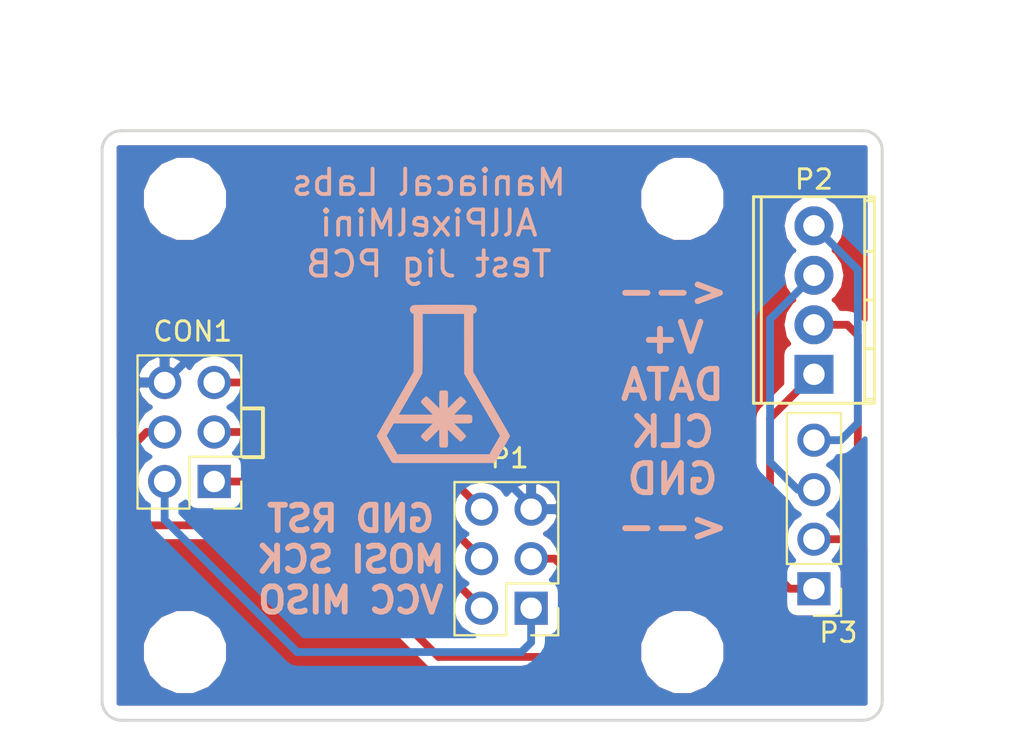
<source format=kicad_pcb>
(kicad_pcb (version 4) (host pcbnew 4.0.4-stable)

  (general
    (links 10)
    (no_connects 0)
    (area 56.674999 32.674999 96.825001 63.075001)
    (thickness 1.6)
    (drawings 16)
    (tracks 43)
    (zones 0)
    (modules 9)
    (nets 11)
  )

  (page A4)
  (layers
    (0 F.Cu power)
    (31 B.Cu signal)
    (33 F.Adhes user)
    (34 B.Paste user)
    (35 F.Paste user)
    (36 B.SilkS user)
    (37 F.SilkS user)
    (38 B.Mask user)
    (39 F.Mask user)
    (40 Dwgs.User user)
    (41 Cmts.User user)
    (42 Eco1.User user)
    (43 Eco2.User user)
    (44 Edge.Cuts user)
    (45 Margin user)
    (47 F.CrtYd user hide)
    (49 F.Fab user)
  )

  (setup
    (last_trace_width 0.4)
    (trace_clearance 0.2)
    (zone_clearance 0.508)
    (zone_45_only no)
    (trace_min 0.2)
    (segment_width 0.2)
    (edge_width 0.15)
    (via_size 0.6)
    (via_drill 0.4)
    (via_min_size 0.4)
    (via_min_drill 0.3)
    (uvia_size 0.3)
    (uvia_drill 0.1)
    (uvias_allowed no)
    (uvia_min_size 0.2)
    (uvia_min_drill 0.1)
    (pcb_text_width 0.3)
    (pcb_text_size 1.5 1.5)
    (mod_edge_width 0.15)
    (mod_text_size 1 1)
    (mod_text_width 0.15)
    (pad_size 3.2 3.2)
    (pad_drill 3.2)
    (pad_to_mask_clearance 0.2)
    (aux_axis_origin 0 0)
    (visible_elements 7FFEF77F)
    (pcbplotparams
      (layerselection 0x010fc_80000001)
      (usegerberextensions false)
      (excludeedgelayer true)
      (linewidth 0.100000)
      (plotframeref false)
      (viasonmask false)
      (mode 1)
      (useauxorigin false)
      (hpglpennumber 1)
      (hpglpenspeed 20)
      (hpglpendiameter 15)
      (hpglpenoverlay 2)
      (psnegative false)
      (psa4output false)
      (plotreference true)
      (plotvalue true)
      (plotinvisibletext false)
      (padsonsilk false)
      (subtractmaskfromsilk false)
      (outputformat 1)
      (mirror false)
      (drillshape 0)
      (scaleselection 1)
      (outputdirectory gerber/))
  )

  (net 0 "")
  (net 1 GND)
  (net 2 MISO)
  (net 3 SCK)
  (net 4 MOSI)
  (net 5 RST)
  (net 6 VCC)
  (net 7 "Net-(P2-Pad2)")
  (net 8 "Net-(P2-Pad3)")
  (net 9 "Net-(P2-Pad4)")
  (net 10 "Net-(P2-Pad1)")

  (net_class Default "This is the default net class."
    (clearance 0.2)
    (trace_width 0.4)
    (via_dia 0.6)
    (via_drill 0.4)
    (uvia_dia 0.3)
    (uvia_drill 0.1)
    (add_net GND)
    (add_net MISO)
    (add_net MOSI)
    (add_net "Net-(P2-Pad1)")
    (add_net "Net-(P2-Pad2)")
    (add_net "Net-(P2-Pad3)")
    (add_net "Net-(P2-Pad4)")
    (add_net RST)
    (add_net SCK)
    (add_net VCC)
  )

  (net_class RAWUSB ""
    (clearance 0.2)
    (trace_width 0.5)
    (via_dia 0.6)
    (via_drill 0.4)
    (uvia_dia 0.3)
    (uvia_drill 0.1)
  )

  (module LOGOS:logo_MLlabs_small (layer B.Cu) (tedit 0) (tstamp 58A82FED)
    (at 74.25 45.75 180)
    (fp_text reference G*** (at 0 0 180) (layer B.SilkS) hide
      (effects (font (thickness 0.3)) (justify mirror))
    )
    (fp_text value LOGO (at 0.75 0 180) (layer B.SilkS) hide
      (effects (font (thickness 0.3)) (justify mirror))
    )
    (fp_poly (pts (xy 0.280132 4.064859) (xy 0.46933 4.064296) (xy 0.651803 4.063447) (xy 0.824802 4.062307)
      (xy 0.98558 4.060879) (xy 1.131388 4.059163) (xy 1.259478 4.057157) (xy 1.367101 4.054863)
      (xy 1.451511 4.052281) (xy 1.509958 4.049409) (xy 1.539694 4.046249) (xy 1.541045 4.045899)
      (xy 1.61465 4.010199) (xy 1.668272 3.957046) (xy 1.701256 3.892418) (xy 1.712948 3.822294)
      (xy 1.702692 3.752654) (xy 1.669833 3.689475) (xy 1.613717 3.638736) (xy 1.587218 3.624447)
      (xy 1.524819 3.595688) (xy 1.524409 2.113859) (xy 1.524 0.632031) (xy 1.951194 -0.108641)
      (xy 2.041737 -0.265615) (xy 2.144897 -0.444444) (xy 2.257416 -0.639483) (xy 2.376038 -0.84509)
      (xy 2.497507 -1.05562) (xy 2.618568 -1.265429) (xy 2.735963 -1.468874) (xy 2.846437 -1.660312)
      (xy 2.895756 -1.74577) (xy 2.984967 -1.900722) (xy 3.069309 -2.047946) (xy 3.147458 -2.185082)
      (xy 3.218089 -2.309771) (xy 3.279877 -2.419652) (xy 3.331497 -2.512365) (xy 3.371624 -2.585552)
      (xy 3.398934 -2.636852) (xy 3.412102 -2.663905) (xy 3.413125 -2.667254) (xy 3.405259 -2.687854)
      (xy 3.382954 -2.73233) (xy 3.348145 -2.797359) (xy 3.302767 -2.879615) (xy 3.248756 -2.975774)
      (xy 3.188047 -3.082511) (xy 3.122577 -3.196503) (xy 3.054279 -3.314423) (xy 2.985091 -3.432948)
      (xy 2.916948 -3.548754) (xy 2.851784 -3.658515) (xy 2.791537 -3.758906) (xy 2.738141 -3.846605)
      (xy 2.693532 -3.918285) (xy 2.659645 -3.970622) (xy 2.638416 -4.000292) (xy 2.634599 -4.004468)
      (xy 2.587124 -4.048125) (xy -2.587125 -4.048125) (xy -2.6346 -4.004468) (xy -2.651394 -3.982746)
      (xy -2.681461 -3.937288) (xy -2.722866 -3.87142) (xy -2.773675 -3.788466) (xy -2.83195 -3.691753)
      (xy -2.895758 -3.584605) (xy -2.963162 -3.470346) (xy -3.032228 -3.352303) (xy -3.101019 -3.2338)
      (xy -3.1676 -3.118163) (xy -3.230037 -3.008717) (xy -3.286392 -2.908786) (xy -3.334733 -2.821695)
      (xy -3.373121 -2.750771) (xy -3.399623 -2.699338) (xy -3.412303 -2.67072) (xy -3.413126 -2.666933)
      (xy -3.406861 -2.651738) (xy -2.908183 -2.651738) (xy -2.633492 -3.127681) (xy -2.358802 -3.603625)
      (xy 2.358654 -3.603625) (xy 2.633694 -3.126873) (xy 2.908735 -2.650121) (xy 2.800627 -2.464091)
      (xy 2.752108 -2.380084) (xy 2.701391 -2.291405) (xy 2.654699 -2.208982) (xy 2.620228 -2.147315)
      (xy 2.547937 -2.016567) (xy 0.532125 -2.016125) (xy 0.827748 -2.313781) (xy 0.907725 -2.394852)
      (xy 0.980741 -2.469905) (xy 1.043638 -2.535609) (xy 1.093257 -2.588634) (xy 1.12644 -2.62565)
      (xy 1.139732 -2.642697) (xy 1.147043 -2.68023) (xy 1.134704 -2.715316) (xy 1.109692 -2.75107)
      (xy 1.069306 -2.795828) (xy 1.020048 -2.84377) (xy 0.96842 -2.889074) (xy 0.920926 -2.925919)
      (xy 0.884067 -2.948484) (xy 0.86948 -2.95275) (xy 0.847132 -2.9422) (xy 0.805787 -2.910232)
      (xy 0.744908 -2.856363) (xy 0.66396 -2.780114) (xy 0.562408 -2.681002) (xy 0.52081 -2.639741)
      (xy 0.206375 -2.326732) (xy 0.206375 -2.761522) (xy 0.206186 -2.892308) (xy 0.20548 -2.995011)
      (xy 0.204051 -3.073296) (xy 0.201691 -3.13083) (xy 0.198191 -3.171276) (xy 0.193345 -3.198301)
      (xy 0.186944 -3.21557) (xy 0.180102 -3.225343) (xy 0.163266 -3.238829) (xy 0.137807 -3.247459)
      (xy 0.097181 -3.252237) (xy 0.034844 -3.254165) (xy -0.009246 -3.254375) (xy -0.082993 -3.253988)
      (xy -0.131948 -3.25182) (xy -0.163068 -3.24636) (xy -0.18331 -3.236094) (xy -0.19963 -3.219512)
      (xy -0.205947 -3.211627) (xy -0.216079 -3.19762) (xy -0.223883 -3.181895) (xy -0.229608 -3.160501)
      (xy -0.233503 -3.129484) (xy -0.235815 -3.084892) (xy -0.236793 -3.022771) (xy -0.236686 -2.93917)
      (xy -0.235741 -2.830136) (xy -0.23488 -2.751238) (xy -0.233664 -2.63983) (xy -0.232637 -2.539621)
      (xy -0.231836 -2.454754) (xy -0.2313 -2.389372) (xy -0.231063 -2.347619) (xy -0.231154 -2.333611)
      (xy -0.242126 -2.344389) (xy -0.272577 -2.374776) (xy -0.319606 -2.421863) (xy -0.380307 -2.482739)
      (xy -0.451779 -2.554496) (xy -0.531118 -2.634225) (xy -0.532779 -2.635894) (xy -0.614205 -2.716741)
      (xy -0.690054 -2.790133) (xy -0.75699 -2.852994) (xy -0.811678 -2.902247) (xy -0.850782 -2.934816)
      (xy -0.870663 -2.947556) (xy -0.891093 -2.948152) (xy -0.915531 -2.937567) (xy -0.948775 -2.912398)
      (xy -0.995625 -2.869244) (xy -1.033382 -2.83219) (xy -1.095633 -2.767657) (xy -1.135484 -2.719575)
      (xy -1.155419 -2.684681) (xy -1.158875 -2.667521) (xy -1.153549 -2.649558) (xy -1.136229 -2.622344)
      (xy -1.10491 -2.583608) (xy -1.057584 -2.531079) (xy -0.992243 -2.462484) (xy -0.90688 -2.375551)
      (xy -0.853434 -2.321867) (xy -0.547993 -2.016125) (xy -0.975443 -2.016125) (xy -1.114762 -2.016235)
      (xy -1.225588 -2.015593) (xy -1.311172 -2.012739) (xy -1.374762 -2.006213) (xy -1.419608 -1.994556)
      (xy -1.44896 -1.976308) (xy -1.466068 -1.950009) (xy -1.47418 -1.9142) (xy -1.476546 -1.86742)
      (xy -1.476417 -1.808211) (xy -1.476375 -1.791107) (xy -1.476751 -1.729737) (xy -1.475702 -1.68098)
      (xy -1.469967 -1.64339) (xy -1.456283 -1.615522) (xy -1.431389 -1.595933) (xy -1.392023 -1.583178)
      (xy -1.334922 -1.575811) (xy -1.256824 -1.572388) (xy -1.154468 -1.571465) (xy -1.024591 -1.571596)
      (xy -0.980804 -1.571625) (xy -0.548733 -1.571625) (xy -0.861742 -1.257189) (xy -0.951102 -1.166371)
      (xy -1.028596 -1.085517) (xy -1.091949 -1.017128) (xy -1.138886 -0.963706) (xy -1.167132 -0.927753)
      (xy -1.17475 -0.91299) (xy -1.163254 -0.886392) (xy -1.132729 -0.845976) (xy -1.089124 -0.797523)
      (xy -1.038387 -0.746817) (xy -0.986466 -0.699641) (xy -0.93931 -0.661778) (xy -0.902866 -0.63901)
      (xy -0.888823 -0.635) (xy -0.869893 -0.641738) (xy -0.838933 -0.663065) (xy -0.794064 -0.700648)
      (xy -0.73341 -0.756153) (xy -0.655092 -0.831247) (xy -0.557233 -0.927597) (xy -0.540655 -0.944083)
      (xy -0.230188 -1.253166) (xy -0.234866 -0.828775) (xy -0.236547 -0.690249) (xy -0.237206 -0.580203)
      (xy -0.235349 -0.495374) (xy -0.229485 -0.432496) (xy -0.218121 -0.388302) (xy -0.199764 -0.359528)
      (xy -0.172922 -0.342909) (xy -0.136103 -0.335179) (xy -0.087814 -0.333073) (xy -0.026564 -0.333325)
      (xy -0.008454 -0.333375) (xy 0.071777 -0.334496) (xy 0.126137 -0.338371) (xy 0.160445 -0.345763)
      (xy 0.180519 -0.357438) (xy 0.181428 -0.358321) (xy 0.188921 -0.369469) (xy 0.19478 -0.38854)
      (xy 0.199198 -0.419092) (xy 0.202365 -0.464686) (xy 0.204473 -0.528878) (xy 0.205714 -0.61523)
      (xy 0.206279 -0.727298) (xy 0.206375 -0.822142) (xy 0.206375 -1.261017) (xy 0.52081 -0.948008)
      (xy 0.624977 -0.84524) (xy 0.709018 -0.764457) (xy 0.774393 -0.704357) (xy 0.822558 -0.663639)
      (xy 0.854973 -0.641001) (xy 0.871435 -0.635) (xy 0.90364 -0.64705) (xy 0.951929 -0.681515)
      (xy 1.011031 -0.734218) (xy 1.077277 -0.800807) (xy 1.120369 -0.852289) (xy 1.142644 -0.892492)
      (xy 1.146437 -0.925242) (xy 1.139732 -0.945052) (xy 1.124448 -0.964412) (xy 1.089823 -1.002842)
      (xy 1.039016 -1.057013) (xy 0.975186 -1.123594) (xy 0.901491 -1.199256) (xy 0.827748 -1.273968)
      (xy 0.532125 -1.571625) (xy 2.288589 -1.571625) (xy 2.257294 -1.520031) (xy 2.222471 -1.461823)
      (xy 2.176078 -1.383049) (xy 2.119623 -1.286349) (xy 2.054614 -1.174365) (xy 1.982559 -1.049736)
      (xy 1.904966 -0.915105) (xy 1.823344 -0.773113) (xy 1.739201 -0.6264) (xy 1.654044 -0.477608)
      (xy 1.569382 -0.329378) (xy 1.486723 -0.184351) (xy 1.407576 -0.045167) (xy 1.333448 0.085532)
      (xy 1.265847 0.205104) (xy 1.206282 0.31091) (xy 1.15626 0.400307) (xy 1.117291 0.470655)
      (xy 1.090882 0.519312) (xy 1.07854 0.543639) (xy 1.077896 0.545341) (xy 1.075786 0.56837)
      (xy 1.073779 0.620989) (xy 1.071895 0.701038) (xy 1.070154 0.806357) (xy 1.068575 0.934788)
      (xy 1.067179 1.08417) (xy 1.065985 1.252344) (xy 1.065013 1.43715) (xy 1.064282 1.636427)
      (xy 1.063814 1.848017) (xy 1.063627 2.06976) (xy 1.063625 2.099364) (xy 1.063625 3.603625)
      (xy -1.063011 3.603625) (xy -1.071563 0.531813) (xy -1.415271 -0.0635) (xy -1.504982 -0.218868)
      (xy -1.604527 -0.391244) (xy -1.709479 -0.572961) (xy -1.81541 -0.756356) (xy -1.917894 -0.933764)
      (xy -2.012504 -1.097521) (xy -2.08006 -1.214437) (xy -2.225644 -1.466399) (xy -2.357143 -1.69405)
      (xy -2.474336 -1.89701) (xy -2.577005 -2.074897) (xy -2.664929 -2.227331) (xy -2.73789 -2.353931)
      (xy -2.795668 -2.454316) (xy -2.838043 -2.528107) (xy -2.864795 -2.574921) (xy -2.869919 -2.583962)
      (xy -2.908183 -2.651738) (xy -3.406861 -2.651738) (xy -3.405407 -2.648214) (xy -3.383339 -2.60501)
      (xy -3.348556 -2.540273) (xy -3.302689 -2.456953) (xy -3.247372 -2.357999) (xy -3.184237 -2.246362)
      (xy -3.114917 -2.124993) (xy -3.070081 -2.047074) (xy -2.983993 -1.89789) (xy -2.891116 -1.736959)
      (xy -2.795258 -1.570876) (xy -2.700224 -1.406236) (xy -2.609821 -1.249633) (xy -2.527855 -1.107663)
      (xy -2.461177 -0.992187) (xy -2.389938 -0.868821) (xy -2.306741 -0.724738) (xy -2.2155 -0.566716)
      (xy -2.12013 -0.401537) (xy -2.024545 -0.235979) (xy -1.932659 -0.076823) (xy -1.859659 0.049628)
      (xy -1.524 0.631069) (xy -1.52441 2.113378) (xy -1.52482 3.595688) (xy -1.587219 3.624447)
      (xy -1.652017 3.669134) (xy -1.693317 3.728451) (xy -1.711775 3.796419) (xy -1.708045 3.867059)
      (xy -1.682782 3.934394) (xy -1.636642 3.992443) (xy -1.570279 4.035229) (xy -1.541046 4.045899)
      (xy -1.514499 4.04909) (xy -1.458952 4.051991) (xy -1.377153 4.054604) (xy -1.271849 4.056929)
      (xy -1.145789 4.058965) (xy -1.001721 4.060712) (xy -0.842394 4.06217) (xy -0.670554 4.06334)
      (xy -0.488951 4.06422) (xy -0.300333 4.064813) (xy -0.107448 4.065117) (xy 0.086957 4.065132)
      (xy 0.280132 4.064859)) (layer B.SilkS) (width 0.01))
  )

  (module Mounting_Holes:MountingHole_3.2mm_M3 (layer F.Cu) (tedit 58A83041) (tstamp 58A8301A)
    (at 61 36.25)
    (descr "Mounting Hole 3.2mm, no annular, M3")
    (tags "mounting hole 3.2mm no annular m3")
    (fp_text reference REF** (at 0 -4.2) (layer F.SilkS) hide
      (effects (font (size 1 1) (thickness 0.15)))
    )
    (fp_text value MountingHole_3.2mm_M3 (at 0 4.2) (layer F.Fab)
      (effects (font (size 1 1) (thickness 0.15)))
    )
    (fp_circle (center 0 0) (end 3.2 0) (layer Cmts.User) (width 0.15))
    (fp_circle (center 0 0) (end 3.45 0) (layer F.CrtYd) (width 0.05))
    (pad 1 np_thru_hole circle (at 0 0) (size 3.2 3.2) (drill 3.2) (layers *.Cu *.Mask))
  )

  (module Mounting_Holes:MountingHole_3.2mm_M3 (layer F.Cu) (tedit 58A83053) (tstamp 58A8304D)
    (at 61 59.5)
    (descr "Mounting Hole 3.2mm, no annular, M3")
    (tags "mounting hole 3.2mm no annular m3")
    (fp_text reference REF** (at 0 -4.2) (layer F.SilkS) hide
      (effects (font (size 1 1) (thickness 0.15)))
    )
    (fp_text value MountingHole_3.2mm_M3 (at 0 4.2) (layer F.Fab)
      (effects (font (size 1 1) (thickness 0.15)))
    )
    (fp_circle (center 0 0) (end 3.2 0) (layer Cmts.User) (width 0.15))
    (fp_circle (center 0 0) (end 3.45 0) (layer F.CrtYd) (width 0.05))
    (pad 1 np_thru_hole circle (at 0 0) (size 3.2 3.2) (drill 3.2) (layers *.Cu *.Mask))
  )

  (module Mounting_Holes:MountingHole_3.2mm_M3 (layer F.Cu) (tedit 58A8308B) (tstamp 58A8307E)
    (at 86.5 36.25)
    (descr "Mounting Hole 3.2mm, no annular, M3")
    (tags "mounting hole 3.2mm no annular m3")
    (fp_text reference REF** (at 0 -4.2) (layer F.SilkS) hide
      (effects (font (size 1 1) (thickness 0.15)))
    )
    (fp_text value MountingHole_3.2mm_M3 (at 0 4.2) (layer F.Fab)
      (effects (font (size 1 1) (thickness 0.15)))
    )
    (fp_circle (center 0 0) (end 3.2 0) (layer Cmts.User) (width 0.15))
    (fp_circle (center 0 0) (end 3.45 0) (layer F.CrtYd) (width 0.05))
    (pad 1 np_thru_hole circle (at 0 0) (size 3.2 3.2) (drill 3.2) (layers *.Cu *.Mask))
  )

  (module Mounting_Holes:MountingHole_3.2mm_M3 (layer F.Cu) (tedit 58A8309B) (tstamp 58A83099)
    (at 86.5 59.5)
    (descr "Mounting Hole 3.2mm, no annular, M3")
    (tags "mounting hole 3.2mm no annular m3")
    (fp_text reference REF** (at 0 -4.2) (layer F.SilkS) hide
      (effects (font (size 1 1) (thickness 0.15)))
    )
    (fp_text value MountingHole_3.2mm_M3 (at 0 4.2) (layer F.Fab)
      (effects (font (size 1 1) (thickness 0.15)))
    )
    (fp_circle (center 0 0) (end 3.2 0) (layer Cmts.User) (width 0.15))
    (fp_circle (center 0 0) (end 3.45 0) (layer F.CrtYd) (width 0.05))
    (pad 1 np_thru_hole circle (at 0 0) (size 3.2 3.2) (drill 3.2) (layers *.Cu *.Mask))
  )

  (module Terminal_Blocks:TerminalBlock_Pheonix_MPT-2.54mm_4pol (layer F.Cu) (tedit 58A96635) (tstamp 58A86A90)
    (at 93.25 45.25 90)
    (descr "4-way 2.54mm pitch terminal block, Phoenix MPT series")
    (path /58A868DF)
    (fp_text reference P2 (at 10 0 180) (layer F.SilkS)
      (effects (font (size 1 1) (thickness 0.15)))
    )
    (fp_text value LED_OUT (at 3.81 4.50088 90) (layer F.Fab)
      (effects (font (size 1 1) (thickness 0.15)))
    )
    (fp_line (start -1.778 -3.302) (end 9.398 -3.302) (layer F.CrtYd) (width 0.05))
    (fp_line (start -1.778 3.302) (end -1.778 -3.302) (layer F.CrtYd) (width 0.05))
    (fp_line (start 9.398 3.302) (end -1.778 3.302) (layer F.CrtYd) (width 0.05))
    (fp_line (start 9.398 -3.302) (end 9.398 3.302) (layer F.CrtYd) (width 0.05))
    (fp_line (start 9.11098 -3.0988) (end -1.49098 -3.0988) (layer F.SilkS) (width 0.15))
    (fp_line (start -1.49098 -2.70002) (end 9.11098 -2.70002) (layer F.SilkS) (width 0.15))
    (fp_line (start -1.49098 2.60096) (end 9.11098 2.60096) (layer F.SilkS) (width 0.15))
    (fp_line (start 9.11098 3.0988) (end -1.49098 3.0988) (layer F.SilkS) (width 0.15))
    (fp_line (start 6.30682 2.60096) (end 6.30682 3.0988) (layer F.SilkS) (width 0.15))
    (fp_line (start 3.81 2.60096) (end 3.81 3.0988) (layer F.SilkS) (width 0.15))
    (fp_line (start -1.28778 3.0988) (end -1.28778 2.60096) (layer F.SilkS) (width 0.15))
    (fp_line (start 8.91032 2.60096) (end 8.91032 3.0988) (layer F.SilkS) (width 0.15))
    (fp_line (start 1.31318 3.0988) (end 1.31318 2.60096) (layer F.SilkS) (width 0.15))
    (fp_line (start 9.10844 3.0988) (end 9.10844 -3.0988) (layer F.SilkS) (width 0.15))
    (fp_line (start -1.4859 -3.0988) (end -1.4859 3.0988) (layer F.SilkS) (width 0.15))
    (pad 4 thru_hole oval (at 7.62 0 270) (size 1.99898 1.99898) (drill 1.09728) (layers *.Cu *.Mask)
      (net 9 "Net-(P2-Pad4)"))
    (pad 1 thru_hole rect (at 0 0 270) (size 1.99898 1.99898) (drill 1.09728) (layers *.Cu *.Mask)
      (net 10 "Net-(P2-Pad1)"))
    (pad 2 thru_hole oval (at 2.54 0 270) (size 1.99898 1.99898) (drill 1.09728) (layers *.Cu *.Mask)
      (net 7 "Net-(P2-Pad2)"))
    (pad 3 thru_hole oval (at 5.08 0 270) (size 1.99898 1.99898) (drill 1.09728) (layers *.Cu *.Mask)
      (net 8 "Net-(P2-Pad3)"))
    (model Terminal_Blocks.3dshapes/TerminalBlock_Pheonix_MPT-2.54mm_4pol.wrl
      (at (xyz 0.15 0 0))
      (scale (xyz 1 1 1))
      (rotate (xyz 0 0 0))
    )
  )

  (module ICSP_1mm097_Drill:ICSP_1mm097Drill (layer F.Cu) (tedit 58B89359) (tstamp 58B89593)
    (at 62.5 50.75 180)
    (descr "Through hole straight pin header, 2x03, 2.54mm pitch, double rows")
    (tags "Through hole pin header THT 2x03 2.54mm double row")
    (path /58A827CA)
    (fp_text reference CON1 (at 1.1 7.7 180) (layer F.SilkS)
      (effects (font (size 1 1) (thickness 0.15)))
    )
    (fp_text value AVR-ISP-6 (at 0.85 -3.8 180) (layer F.Fab)
      (effects (font (size 1 1) (thickness 0.15)))
    )
    (fp_line (start -1.27 -1.27) (end -1.27 6.35) (layer F.Fab) (width 0.1))
    (fp_line (start -1.27 6.35) (end 3.81 6.35) (layer F.Fab) (width 0.1))
    (fp_line (start 3.81 6.35) (end 3.81 -1.27) (layer F.Fab) (width 0.1))
    (fp_line (start 3.81 -1.27) (end -1.27 -1.27) (layer F.Fab) (width 0.1))
    (fp_line (start -1.39 1.27) (end -1.39 6.47) (layer F.SilkS) (width 0.12))
    (fp_line (start -1.39 6.47) (end 3.93 6.47) (layer F.SilkS) (width 0.12))
    (fp_line (start 3.93 6.47) (end 3.93 -1.39) (layer F.SilkS) (width 0.12))
    (fp_line (start 3.93 -1.39) (end 1.27 -1.39) (layer F.SilkS) (width 0.12))
    (fp_line (start 1.27 -1.39) (end 1.27 1.27) (layer F.SilkS) (width 0.12))
    (fp_line (start 1.27 1.27) (end -1.39 1.27) (layer F.SilkS) (width 0.12))
    (fp_line (start -1.39 0) (end -1.39 -1.39) (layer F.SilkS) (width 0.12))
    (fp_line (start -1.39 -1.39) (end 0 -1.39) (layer F.SilkS) (width 0.12))
    (fp_line (start -1.6 -1.6) (end -1.6 6.6) (layer F.CrtYd) (width 0.05))
    (fp_line (start -1.6 6.6) (end 4.1 6.6) (layer F.CrtYd) (width 0.05))
    (fp_line (start 4.1 6.6) (end 4.1 -1.6) (layer F.CrtYd) (width 0.05))
    (fp_line (start 4.1 -1.6) (end -1.6 -1.6) (layer F.CrtYd) (width 0.05))
    (pad 1 thru_hole rect (at 0 0 180) (size 1.7 1.7) (drill 1.097) (layers *.Cu *.Mask)
      (net 2 MISO))
    (pad 2 thru_hole oval (at 2.54 0 180) (size 1.7 1.7) (drill 1.097) (layers *.Cu *.Mask)
      (net 6 VCC))
    (pad 3 thru_hole oval (at 0 2.54 180) (size 1.7 1.7) (drill 1.097) (layers *.Cu *.Mask)
      (net 3 SCK))
    (pad 4 thru_hole oval (at 2.54 2.54 180) (size 1.7 1.7) (drill 1.097) (layers *.Cu *.Mask)
      (net 4 MOSI))
    (pad 5 thru_hole oval (at 0 5.08 180) (size 1.7 1.7) (drill 1.097) (layers *.Cu *.Mask)
      (net 5 RST))
    (pad 6 thru_hole oval (at 2.54 5.08 180) (size 1.7 1.7) (drill 1.097) (layers *.Cu *.Mask)
      (net 1 GND))
    (model Pin_Headers.3dshapes/Pin_Header_Straight_2x03_Pitch2.54mm.wrl
      (at (xyz 0.05 -0.1 0))
      (scale (xyz 1 1 1))
      (rotate (xyz 0 0 90))
    )
  )

  (module ICSP_1mm097_Drill:ICSP_1mm097Drill (layer F.Cu) (tedit 58B89359) (tstamp 58B895AC)
    (at 78.75 57.25 180)
    (descr "Through hole straight pin header, 2x03, 2.54mm pitch, double rows")
    (tags "Through hole pin header THT 2x03 2.54mm double row")
    (path /58A82850)
    (fp_text reference P1 (at 1.1 7.7 180) (layer F.SilkS)
      (effects (font (size 1 1) (thickness 0.15)))
    )
    (fp_text value POGOPINS (at 0.85 -3.8 180) (layer F.Fab)
      (effects (font (size 1 1) (thickness 0.15)))
    )
    (fp_line (start -1.27 -1.27) (end -1.27 6.35) (layer F.Fab) (width 0.1))
    (fp_line (start -1.27 6.35) (end 3.81 6.35) (layer F.Fab) (width 0.1))
    (fp_line (start 3.81 6.35) (end 3.81 -1.27) (layer F.Fab) (width 0.1))
    (fp_line (start 3.81 -1.27) (end -1.27 -1.27) (layer F.Fab) (width 0.1))
    (fp_line (start -1.39 1.27) (end -1.39 6.47) (layer F.SilkS) (width 0.12))
    (fp_line (start -1.39 6.47) (end 3.93 6.47) (layer F.SilkS) (width 0.12))
    (fp_line (start 3.93 6.47) (end 3.93 -1.39) (layer F.SilkS) (width 0.12))
    (fp_line (start 3.93 -1.39) (end 1.27 -1.39) (layer F.SilkS) (width 0.12))
    (fp_line (start 1.27 -1.39) (end 1.27 1.27) (layer F.SilkS) (width 0.12))
    (fp_line (start 1.27 1.27) (end -1.39 1.27) (layer F.SilkS) (width 0.12))
    (fp_line (start -1.39 0) (end -1.39 -1.39) (layer F.SilkS) (width 0.12))
    (fp_line (start -1.39 -1.39) (end 0 -1.39) (layer F.SilkS) (width 0.12))
    (fp_line (start -1.6 -1.6) (end -1.6 6.6) (layer F.CrtYd) (width 0.05))
    (fp_line (start -1.6 6.6) (end 4.1 6.6) (layer F.CrtYd) (width 0.05))
    (fp_line (start 4.1 6.6) (end 4.1 -1.6) (layer F.CrtYd) (width 0.05))
    (fp_line (start 4.1 -1.6) (end -1.6 -1.6) (layer F.CrtYd) (width 0.05))
    (pad 1 thru_hole rect (at 0 0 180) (size 1.7 1.7) (drill 1.097) (layers *.Cu *.Mask)
      (net 6 VCC))
    (pad 2 thru_hole oval (at 2.54 0 180) (size 1.7 1.7) (drill 1.097) (layers *.Cu *.Mask)
      (net 2 MISO))
    (pad 3 thru_hole oval (at 0 2.54 180) (size 1.7 1.7) (drill 1.097) (layers *.Cu *.Mask)
      (net 4 MOSI))
    (pad 4 thru_hole oval (at 2.54 2.54 180) (size 1.7 1.7) (drill 1.097) (layers *.Cu *.Mask)
      (net 3 SCK))
    (pad 5 thru_hole oval (at 0 5.08 180) (size 1.7 1.7) (drill 1.097) (layers *.Cu *.Mask)
      (net 1 GND))
    (pad 6 thru_hole oval (at 2.54 5.08 180) (size 1.7 1.7) (drill 1.097) (layers *.Cu *.Mask)
      (net 5 RST))
    (model Pin_Headers.3dshapes/Pin_Header_Straight_2x03_Pitch2.54mm.wrl
      (at (xyz 0.05 -0.1 0))
      (scale (xyz 1 1 1))
      (rotate (xyz 0 0 90))
    )
  )

  (module 1x4_1mm097Drill:1x4_1mm097Drill (layer F.Cu) (tedit 58B893F2) (tstamp 58B895C5)
    (at 93.25 56.25 180)
    (descr "Through hole straight pin header, 1x04, 2.54mm pitch, single row")
    (tags "Through hole pin header THT 1x04 2.54mm single row")
    (path /58A87311)
    (fp_text reference P3 (at -1.25 -2.25 180) (layer F.SilkS)
      (effects (font (size 1 1) (thickness 0.15)))
    )
    (fp_text value LED_POGO (at 0 10.01 180) (layer F.Fab)
      (effects (font (size 1 1) (thickness 0.15)))
    )
    (fp_line (start -1.27 -1.27) (end -1.27 8.89) (layer F.Fab) (width 0.1))
    (fp_line (start -1.27 8.89) (end 1.27 8.89) (layer F.Fab) (width 0.1))
    (fp_line (start 1.27 8.89) (end 1.27 -1.27) (layer F.Fab) (width 0.1))
    (fp_line (start 1.27 -1.27) (end -1.27 -1.27) (layer F.Fab) (width 0.1))
    (fp_line (start -1.39 1.27) (end -1.39 9.01) (layer F.SilkS) (width 0.12))
    (fp_line (start -1.39 9.01) (end 1.39 9.01) (layer F.SilkS) (width 0.12))
    (fp_line (start 1.39 9.01) (end 1.39 1.27) (layer F.SilkS) (width 0.12))
    (fp_line (start 1.39 1.27) (end -1.39 1.27) (layer F.SilkS) (width 0.12))
    (fp_line (start -1.39 0) (end -1.39 -1.39) (layer F.SilkS) (width 0.12))
    (fp_line (start -1.39 -1.39) (end 0 -1.39) (layer F.SilkS) (width 0.12))
    (fp_line (start -1.6 -1.6) (end -1.6 9.2) (layer F.CrtYd) (width 0.05))
    (fp_line (start -1.6 9.2) (end 1.6 9.2) (layer F.CrtYd) (width 0.05))
    (fp_line (start 1.6 9.2) (end 1.6 -1.6) (layer F.CrtYd) (width 0.05))
    (fp_line (start 1.6 -1.6) (end -1.6 -1.6) (layer F.CrtYd) (width 0.05))
    (pad 1 thru_hole rect (at 0 0 180) (size 1.7 1.7) (drill 1.097) (layers *.Cu *.Mask)
      (net 10 "Net-(P2-Pad1)"))
    (pad 2 thru_hole oval (at 0 2.54 180) (size 1.7 1.7) (drill 1.097) (layers *.Cu *.Mask)
      (net 7 "Net-(P2-Pad2)"))
    (pad 3 thru_hole oval (at 0 5.08 180) (size 1.7 1.7) (drill 1.097) (layers *.Cu *.Mask)
      (net 8 "Net-(P2-Pad3)"))
    (pad 4 thru_hole oval (at 0 7.62 180) (size 1.7 1.7) (drill 1.097) (layers *.Cu *.Mask)
      (net 9 "Net-(P2-Pad4)"))
    (model Pin_Headers.3dshapes/Pin_Header_Straight_1x04_Pitch2.54mm.wrl
      (at (xyz 0 -0.15 0))
      (scale (xyz 1 1 1))
      (rotate (xyz 0 0 90))
    )
  )

  (gr_line (start 65 49.5) (end 64 49.5) (angle 90) (layer F.SilkS) (width 0.2))
  (gr_line (start 65 47) (end 65 49.5) (angle 90) (layer F.SilkS) (width 0.2))
  (gr_line (start 64 47) (end 65 47) (angle 90) (layer F.SilkS) (width 0.2))
  (dimension 40 (width 0.3) (layer Dwgs.User)
    (gr_text "40.000 mm" (at 76.75 27.900001) (layer Dwgs.User)
      (effects (font (size 1.5 1.5) (thickness 0.3)))
    )
    (feature1 (pts (xy 56.75 33.75) (xy 56.75 26.550001)))
    (feature2 (pts (xy 96.75 33.75) (xy 96.75 26.550001)))
    (crossbar (pts (xy 96.75 29.250001) (xy 56.75 29.250001)))
    (arrow1a (pts (xy 56.75 29.250001) (xy 57.876504 28.66358)))
    (arrow1b (pts (xy 56.75 29.250001) (xy 57.876504 29.836422)))
    (arrow2a (pts (xy 96.75 29.250001) (xy 95.623496 28.66358)))
    (arrow2b (pts (xy 96.75 29.250001) (xy 95.623496 29.836422)))
  )
  (gr_text "<--\nV+\nDATA\nCLK\nGND\n<--" (at 86 47) (layer B.SilkS)
    (effects (font (size 1.5 1.5) (thickness 0.3)) (justify mirror))
  )
  (dimension 30.25 (width 0.3) (layer Dwgs.User)
    (gr_text "30.250 mm" (at 101.35 47.875 270) (layer Dwgs.User)
      (effects (font (size 1.5 1.5) (thickness 0.3)))
    )
    (feature1 (pts (xy 95.75 63) (xy 102.7 63)))
    (feature2 (pts (xy 95.75 32.75) (xy 102.7 32.75)))
    (crossbar (pts (xy 100 32.75) (xy 100 63)))
    (arrow1a (pts (xy 100 63) (xy 99.413579 61.873496)))
    (arrow1b (pts (xy 100 63) (xy 100.586421 61.873496)))
    (arrow2a (pts (xy 100 32.75) (xy 99.413579 33.876504)))
    (arrow2b (pts (xy 100 32.75) (xy 100.586421 33.876504)))
  )
  (gr_text "GND RST\nMOSI SCK\nVCC MISO" (at 69.5 54.75) (layer B.SilkS)
    (effects (font (size 1.3 1.3) (thickness 0.3)) (justify mirror))
  )
  (gr_line (start 96.75 62) (end 96.75 33.75) (angle 90) (layer Edge.Cuts) (width 0.15))
  (gr_line (start 56.75 33.75) (end 56.75 62) (angle 90) (layer Edge.Cuts) (width 0.15))
  (gr_line (start 57.75 63) (end 95.75 63) (angle 90) (layer Edge.Cuts) (width 0.15))
  (gr_line (start 95.75 32.75) (end 57.75 32.75) (angle 90) (layer Edge.Cuts) (width 0.15))
  (gr_arc (start 95.75 62) (end 96.75 62) (angle 90) (layer Edge.Cuts) (width 0.15))
  (gr_arc (start 95.75 33.75) (end 95.75 32.75) (angle 90) (layer Edge.Cuts) (width 0.15))
  (gr_arc (start 57.75 33.75) (end 56.75 33.75) (angle 90) (layer Edge.Cuts) (width 0.15))
  (gr_arc (start 57.75 62) (end 57.75 63) (angle 90) (layer Edge.Cuts) (width 0.15))
  (gr_text "Maniacal Labs\nAllPixelMini\nTest Jig PCB" (at 73.5 37.5) (layer B.SilkS)
    (effects (font (size 1.3 1.3) (thickness 0.2)) (justify mirror))
  )

  (segment (start 78.75 52.17) (end 78.75 52) (width 0.4) (layer B.Cu) (net 1))
  (segment (start 78.75 52) (end 69.5 42.75) (width 0.4) (layer B.Cu) (net 1) (tstamp 58ACDD2C))
  (segment (start 69.5 42.75) (end 62.88 42.75) (width 0.4) (layer B.Cu) (net 1) (tstamp 58ACDD2F))
  (segment (start 62.88 42.75) (end 59.96 45.67) (width 0.4) (layer B.Cu) (net 1) (tstamp 58ACDD31))
  (segment (start 62.5 50.75) (end 69.71 50.75) (width 0.4) (layer F.Cu) (net 2))
  (segment (start 69.71 50.75) (end 76.21 57.25) (width 0.4) (layer F.Cu) (net 2) (tstamp 58ACDB75))
  (segment (start 62.5 48.21) (end 69.71 48.21) (width 0.4) (layer F.Cu) (net 3))
  (segment (start 69.71 48.21) (end 76.21 54.71) (width 0.4) (layer F.Cu) (net 3) (tstamp 58ACDB71))
  (segment (start 59.96 48.21) (end 59.04 48.21) (width 0.4) (layer F.Cu) (net 4))
  (segment (start 79.96 54.71) (end 78.75 54.71) (width 0.4) (layer F.Cu) (net 4) (tstamp 58ACDD15))
  (segment (start 81 55.75) (end 79.96 54.71) (width 0.4) (layer F.Cu) (net 4) (tstamp 58ACDD10))
  (segment (start 81 58.5) (end 81 55.75) (width 0.4) (layer F.Cu) (net 4) (tstamp 58ACDD0E))
  (segment (start 79.75 59.75) (end 81 58.5) (width 0.4) (layer F.Cu) (net 4) (tstamp 58ACDD0B))
  (segment (start 74 59.75) (end 79.75 59.75) (width 0.4) (layer F.Cu) (net 4) (tstamp 58ACDD08))
  (segment (start 67.25 53) (end 74 59.75) (width 0.4) (layer F.Cu) (net 4) (tstamp 58ACDD04))
  (segment (start 59 53) (end 67.25 53) (width 0.4) (layer F.Cu) (net 4) (tstamp 58ACDCFF))
  (segment (start 58.25 52.25) (end 59 53) (width 0.4) (layer F.Cu) (net 4) (tstamp 58ACDCFC))
  (segment (start 58.25 49) (end 58.25 52.25) (width 0.4) (layer F.Cu) (net 4) (tstamp 58ACDCF9))
  (segment (start 59.04 48.21) (end 58.25 49) (width 0.4) (layer F.Cu) (net 4) (tstamp 58ACDCF8))
  (segment (start 62.5 45.67) (end 69.71 45.67) (width 0.4) (layer F.Cu) (net 5))
  (segment (start 69.71 45.67) (end 76.21 52.17) (width 0.4) (layer F.Cu) (net 5) (tstamp 58ACDB6C))
  (segment (start 59.96 50.75) (end 59.96 52.71) (width 0.4) (layer B.Cu) (net 6))
  (segment (start 78.75 59) (end 78.75 57.25) (width 0.4) (layer B.Cu) (net 6) (tstamp 58ACDD29))
  (segment (start 78.25 59.5) (end 78.75 59) (width 0.4) (layer B.Cu) (net 6) (tstamp 58ACDD28))
  (segment (start 66.75 59.5) (end 78.25 59.5) (width 0.4) (layer B.Cu) (net 6) (tstamp 58ACDD24))
  (segment (start 59.96 52.71) (end 66.75 59.5) (width 0.4) (layer B.Cu) (net 6) (tstamp 58ACDD22))
  (segment (start 93.25 53.71) (end 95.04 53.71) (width 0.4) (layer F.Cu) (net 7))
  (segment (start 94.96 42.71) (end 93.25 42.71) (width 0.4) (layer F.Cu) (net 7) (tstamp 58A96671))
  (segment (start 95.5 43.25) (end 94.96 42.71) (width 0.4) (layer F.Cu) (net 7) (tstamp 58A9666E))
  (segment (start 95.5 53.25) (end 95.5 43.25) (width 0.4) (layer F.Cu) (net 7) (tstamp 58A9666B))
  (segment (start 95.04 53.71) (end 95.5 53.25) (width 0.4) (layer F.Cu) (net 7) (tstamp 58A9666A))
  (segment (start 93.25 51.17) (end 92.42 51.17) (width 0.25) (layer B.Cu) (net 8))
  (segment (start 92.42 51.17) (end 91 49.75) (width 0.4) (layer B.Cu) (net 8) (tstamp 58A9669C))
  (segment (start 91 49.75) (end 91 42.42) (width 0.4) (layer B.Cu) (net 8) (tstamp 58A966A1))
  (segment (start 91 42.42) (end 93.25 40.17) (width 0.4) (layer B.Cu) (net 8) (tstamp 58A966A6))
  (segment (start 93.25 48.63) (end 94.62 48.63) (width 0.4) (layer B.Cu) (net 9))
  (segment (start 95.5 39.88) (end 93.25 37.63) (width 0.4) (layer B.Cu) (net 9) (tstamp 58A9668F))
  (segment (start 95.5 47.75) (end 95.5 39.88) (width 0.4) (layer B.Cu) (net 9) (tstamp 58A9668E))
  (segment (start 94.62 48.63) (end 95.5 47.75) (width 0.4) (layer B.Cu) (net 9) (tstamp 58A9668C))
  (segment (start 93.25 56.25) (end 92 56.25) (width 0.4) (layer F.Cu) (net 10))
  (segment (start 91 47.5) (end 93.25 45.25) (width 0.4) (layer F.Cu) (net 10) (tstamp 58A966B5))
  (segment (start 91 55.25) (end 91 47.5) (width 0.4) (layer F.Cu) (net 10) (tstamp 58A966B2))
  (segment (start 92 56.25) (end 91 55.25) (width 0.4) (layer F.Cu) (net 10) (tstamp 58A966AB))

  (zone (net 1) (net_name GND) (layer F.Cu) (tstamp 58A968B0) (hatch edge 0.508)
    (connect_pads (clearance 0.508))
    (min_thickness 0.254)
    (fill yes (arc_segments 16) (thermal_gap 0.508) (thermal_bridge_width 0.508))
    (polygon
      (pts
        (xy 96 62.25) (xy 57.5 62.25) (xy 57.5 33.5) (xy 96 33.5)
      )
    )
    (filled_polygon
      (pts
        (xy 95.873 42.442132) (xy 95.550434 42.119566) (xy 95.279541 41.938561) (xy 94.96 41.875) (xy 94.64148 41.875)
        (xy 94.405759 41.522219) (xy 94.28271 41.44) (xy 94.405759 41.357781) (xy 94.760072 40.827514) (xy 94.88449 40.202022)
        (xy 94.88449 40.137978) (xy 94.760072 39.512486) (xy 94.405759 38.982219) (xy 94.28271 38.9) (xy 94.405759 38.817781)
        (xy 94.760072 38.287514) (xy 94.88449 37.662022) (xy 94.88449 37.597978) (xy 94.760072 36.972486) (xy 94.405759 36.442219)
        (xy 93.875492 36.087906) (xy 93.25 35.963488) (xy 92.624508 36.087906) (xy 92.094241 36.442219) (xy 91.739928 36.972486)
        (xy 91.61551 37.597978) (xy 91.61551 37.662022) (xy 91.739928 38.287514) (xy 92.094241 38.817781) (xy 92.21729 38.9)
        (xy 92.094241 38.982219) (xy 91.739928 39.512486) (xy 91.61551 40.137978) (xy 91.61551 40.202022) (xy 91.739928 40.827514)
        (xy 92.094241 41.357781) (xy 92.21729 41.44) (xy 92.094241 41.522219) (xy 91.739928 42.052486) (xy 91.61551 42.677978)
        (xy 91.61551 42.742022) (xy 91.739928 43.367514) (xy 91.953453 43.687077) (xy 91.799069 43.78642) (xy 91.654079 43.99862)
        (xy 91.60307 44.25051) (xy 91.60307 45.716061) (xy 90.409566 46.909566) (xy 90.228561 47.180459) (xy 90.165 47.5)
        (xy 90.165 55.25) (xy 90.228561 55.569541) (xy 90.355858 55.760054) (xy 90.409566 55.840434) (xy 91.409566 56.840434)
        (xy 91.68046 57.02144) (xy 91.75256 57.035781) (xy 91.75256 57.1) (xy 91.796838 57.335317) (xy 91.93591 57.551441)
        (xy 92.14811 57.696431) (xy 92.4 57.74744) (xy 94.1 57.74744) (xy 94.335317 57.703162) (xy 94.551441 57.56409)
        (xy 94.696431 57.35189) (xy 94.74744 57.1) (xy 94.74744 55.4) (xy 94.703162 55.164683) (xy 94.56409 54.948559)
        (xy 94.35189 54.803569) (xy 94.284459 54.789914) (xy 94.329147 54.760054) (xy 94.472841 54.545) (xy 95.04 54.545)
        (xy 95.359541 54.481439) (xy 95.630434 54.300434) (xy 95.873 54.057868) (xy 95.873 62.123) (xy 57.627 62.123)
        (xy 57.627 59.942619) (xy 58.764613 59.942619) (xy 59.104155 60.764372) (xy 59.732321 61.393636) (xy 60.553481 61.734611)
        (xy 61.442619 61.735387) (xy 62.264372 61.395845) (xy 62.893636 60.767679) (xy 63.234611 59.946519) (xy 63.235387 59.057381)
        (xy 62.895845 58.235628) (xy 62.267679 57.606364) (xy 61.446519 57.265389) (xy 60.557381 57.264613) (xy 59.735628 57.604155)
        (xy 59.106364 58.232321) (xy 58.765389 59.053481) (xy 58.764613 59.942619) (xy 57.627 59.942619) (xy 57.627 52.791696)
        (xy 57.659566 52.840434) (xy 58.409566 53.590434) (xy 58.680459 53.771439) (xy 59 53.835) (xy 66.904132 53.835)
        (xy 73.409566 60.340434) (xy 73.68046 60.52144) (xy 74 60.585) (xy 79.75 60.585) (xy 80.069541 60.521439)
        (xy 80.340434 60.340434) (xy 80.738249 59.942619) (xy 84.264613 59.942619) (xy 84.604155 60.764372) (xy 85.232321 61.393636)
        (xy 86.053481 61.734611) (xy 86.942619 61.735387) (xy 87.764372 61.395845) (xy 88.393636 60.767679) (xy 88.734611 59.946519)
        (xy 88.735387 59.057381) (xy 88.395845 58.235628) (xy 87.767679 57.606364) (xy 86.946519 57.265389) (xy 86.057381 57.264613)
        (xy 85.235628 57.604155) (xy 84.606364 58.232321) (xy 84.265389 59.053481) (xy 84.264613 59.942619) (xy 80.738249 59.942619)
        (xy 81.590434 59.090434) (xy 81.707655 58.915) (xy 81.771439 58.819541) (xy 81.835 58.5) (xy 81.835 55.75)
        (xy 81.771439 55.430459) (xy 81.590434 55.159566) (xy 80.550434 54.119566) (xy 80.415702 54.029541) (xy 80.279541 53.938561)
        (xy 79.974809 53.877946) (xy 79.829147 53.659946) (xy 79.488447 53.432298) (xy 79.631358 53.365183) (xy 80.021645 52.936924)
        (xy 80.191476 52.52689) (xy 80.070155 52.297) (xy 78.877 52.297) (xy 78.877 52.317) (xy 78.623 52.317)
        (xy 78.623 52.297) (xy 78.603 52.297) (xy 78.603 52.043) (xy 78.623 52.043) (xy 78.623 50.849181)
        (xy 78.877 50.849181) (xy 78.877 52.043) (xy 80.070155 52.043) (xy 80.191476 51.81311) (xy 80.021645 51.403076)
        (xy 79.631358 50.974817) (xy 79.106892 50.728514) (xy 78.877 50.849181) (xy 78.623 50.849181) (xy 78.393108 50.728514)
        (xy 77.868642 50.974817) (xy 77.478355 51.403076) (xy 77.478345 51.403101) (xy 77.289147 51.119946) (xy 76.807378 50.798039)
        (xy 76.239093 50.685) (xy 76.180907 50.685) (xy 75.9515 50.730632) (xy 70.300434 45.079566) (xy 70.029541 44.898561)
        (xy 69.71 44.835) (xy 63.722841 44.835) (xy 63.579147 44.619946) (xy 63.097378 44.298039) (xy 62.529093 44.185)
        (xy 62.470907 44.185) (xy 61.902622 44.298039) (xy 61.420853 44.619946) (xy 61.231655 44.903101) (xy 61.231645 44.903076)
        (xy 60.841358 44.474817) (xy 60.316892 44.228514) (xy 60.087 44.349181) (xy 60.087 45.543) (xy 60.107 45.543)
        (xy 60.107 45.797) (xy 60.087 45.797) (xy 60.087 45.817) (xy 59.833 45.817) (xy 59.833 45.797)
        (xy 58.639845 45.797) (xy 58.518524 46.02689) (xy 58.688355 46.436924) (xy 59.078642 46.865183) (xy 59.221553 46.932298)
        (xy 58.880853 47.159946) (xy 58.673904 47.469668) (xy 58.449566 47.619566) (xy 57.659566 48.409566) (xy 57.627 48.458304)
        (xy 57.627 45.31311) (xy 58.518524 45.31311) (xy 58.639845 45.543) (xy 59.833 45.543) (xy 59.833 44.349181)
        (xy 59.603108 44.228514) (xy 59.078642 44.474817) (xy 58.688355 44.903076) (xy 58.518524 45.31311) (xy 57.627 45.31311)
        (xy 57.627 36.692619) (xy 58.764613 36.692619) (xy 59.104155 37.514372) (xy 59.732321 38.143636) (xy 60.553481 38.484611)
        (xy 61.442619 38.485387) (xy 62.264372 38.145845) (xy 62.893636 37.517679) (xy 63.234611 36.696519) (xy 63.234614 36.692619)
        (xy 84.264613 36.692619) (xy 84.604155 37.514372) (xy 85.232321 38.143636) (xy 86.053481 38.484611) (xy 86.942619 38.485387)
        (xy 87.764372 38.145845) (xy 88.393636 37.517679) (xy 88.734611 36.696519) (xy 88.735387 35.807381) (xy 88.395845 34.985628)
        (xy 87.767679 34.356364) (xy 86.946519 34.015389) (xy 86.057381 34.014613) (xy 85.235628 34.354155) (xy 84.606364 34.982321)
        (xy 84.265389 35.803481) (xy 84.264613 36.692619) (xy 63.234614 36.692619) (xy 63.235387 35.807381) (xy 62.895845 34.985628)
        (xy 62.267679 34.356364) (xy 61.446519 34.015389) (xy 60.557381 34.014613) (xy 59.735628 34.354155) (xy 59.106364 34.982321)
        (xy 58.765389 35.803481) (xy 58.764613 36.692619) (xy 57.627 36.692619) (xy 57.627 33.627) (xy 95.873 33.627)
      )
    )
  )
  (zone (net 1) (net_name GND) (layer B.Cu) (tstamp 58A968F4) (hatch edge 0.508)
    (connect_pads (clearance 0.508))
    (min_thickness 0.254)
    (fill yes (arc_segments 16) (thermal_gap 0.508) (thermal_bridge_width 0.508))
    (polygon
      (pts
        (xy 96 62.25) (xy 57.5 62.25) (xy 57.5 33.5) (xy 96 33.5)
      )
    )
    (filled_polygon
      (pts
        (xy 95.873 39.072131) (xy 94.814542 38.013674) (xy 94.88449 37.662022) (xy 94.88449 37.597978) (xy 94.760072 36.972486)
        (xy 94.405759 36.442219) (xy 93.875492 36.087906) (xy 93.25 35.963488) (xy 92.624508 36.087906) (xy 92.094241 36.442219)
        (xy 91.739928 36.972486) (xy 91.61551 37.597978) (xy 91.61551 37.662022) (xy 91.739928 38.287514) (xy 92.094241 38.817781)
        (xy 92.21729 38.9) (xy 92.094241 38.982219) (xy 91.739928 39.512486) (xy 91.61551 40.137978) (xy 91.61551 40.202022)
        (xy 91.685458 40.553674) (xy 90.409566 41.829566) (xy 90.228561 42.100459) (xy 90.165 42.42) (xy 90.165 49.75)
        (xy 90.228561 50.069541) (xy 90.409566 50.340434) (xy 91.829566 51.760434) (xy 91.891313 51.801692) (xy 92.170853 52.220054)
        (xy 92.500026 52.44) (xy 92.170853 52.659946) (xy 91.848946 53.141715) (xy 91.735907 53.71) (xy 91.848946 54.278285)
        (xy 92.170853 54.760054) (xy 92.212452 54.78785) (xy 92.164683 54.796838) (xy 91.948559 54.93591) (xy 91.803569 55.14811)
        (xy 91.75256 55.4) (xy 91.75256 57.1) (xy 91.796838 57.335317) (xy 91.93591 57.551441) (xy 92.14811 57.696431)
        (xy 92.4 57.74744) (xy 94.1 57.74744) (xy 94.335317 57.703162) (xy 94.551441 57.56409) (xy 94.696431 57.35189)
        (xy 94.74744 57.1) (xy 94.74744 55.4) (xy 94.703162 55.164683) (xy 94.56409 54.948559) (xy 94.35189 54.803569)
        (xy 94.284459 54.789914) (xy 94.329147 54.760054) (xy 94.651054 54.278285) (xy 94.764093 53.71) (xy 94.651054 53.141715)
        (xy 94.329147 52.659946) (xy 93.999974 52.44) (xy 94.329147 52.220054) (xy 94.651054 51.738285) (xy 94.764093 51.17)
        (xy 94.651054 50.601715) (xy 94.329147 50.119946) (xy 93.999974 49.9) (xy 94.329147 49.680054) (xy 94.472841 49.465)
        (xy 94.62 49.465) (xy 94.939541 49.401439) (xy 95.210434 49.220434) (xy 95.873 48.557868) (xy 95.873 62.123)
        (xy 57.627 62.123) (xy 57.627 59.942619) (xy 58.764613 59.942619) (xy 59.104155 60.764372) (xy 59.732321 61.393636)
        (xy 60.553481 61.734611) (xy 61.442619 61.735387) (xy 62.264372 61.395845) (xy 62.893636 60.767679) (xy 63.234611 59.946519)
        (xy 63.235387 59.057381) (xy 62.895845 58.235628) (xy 62.267679 57.606364) (xy 61.446519 57.265389) (xy 60.557381 57.264613)
        (xy 59.735628 57.604155) (xy 59.106364 58.232321) (xy 58.765389 59.053481) (xy 58.764613 59.942619) (xy 57.627 59.942619)
        (xy 57.627 48.21) (xy 58.445907 48.21) (xy 58.558946 48.778285) (xy 58.880853 49.260054) (xy 59.210026 49.48)
        (xy 58.880853 49.699946) (xy 58.558946 50.181715) (xy 58.445907 50.75) (xy 58.558946 51.318285) (xy 58.880853 51.800054)
        (xy 59.125 51.963187) (xy 59.125 52.71) (xy 59.188561 53.029541) (xy 59.315858 53.220054) (xy 59.369566 53.300434)
        (xy 66.159566 60.090434) (xy 66.430459 60.271439) (xy 66.75 60.335) (xy 78.25 60.335) (xy 78.569541 60.271439)
        (xy 78.840434 60.090434) (xy 78.988249 59.942619) (xy 84.264613 59.942619) (xy 84.604155 60.764372) (xy 85.232321 61.393636)
        (xy 86.053481 61.734611) (xy 86.942619 61.735387) (xy 87.764372 61.395845) (xy 88.393636 60.767679) (xy 88.734611 59.946519)
        (xy 88.735387 59.057381) (xy 88.395845 58.235628) (xy 87.767679 57.606364) (xy 86.946519 57.265389) (xy 86.057381 57.264613)
        (xy 85.235628 57.604155) (xy 84.606364 58.232321) (xy 84.265389 59.053481) (xy 84.264613 59.942619) (xy 78.988249 59.942619)
        (xy 79.340434 59.590434) (xy 79.52144 59.31954) (xy 79.585 59) (xy 79.585 58.74744) (xy 79.6 58.74744)
        (xy 79.835317 58.703162) (xy 80.051441 58.56409) (xy 80.196431 58.35189) (xy 80.24744 58.1) (xy 80.24744 56.4)
        (xy 80.203162 56.164683) (xy 80.06409 55.948559) (xy 79.85189 55.803569) (xy 79.784459 55.789914) (xy 79.829147 55.760054)
        (xy 80.151054 55.278285) (xy 80.264093 54.71) (xy 80.151054 54.141715) (xy 79.829147 53.659946) (xy 79.488447 53.432298)
        (xy 79.631358 53.365183) (xy 80.021645 52.936924) (xy 80.191476 52.52689) (xy 80.070155 52.297) (xy 78.877 52.297)
        (xy 78.877 52.317) (xy 78.623 52.317) (xy 78.623 52.297) (xy 78.603 52.297) (xy 78.603 52.043)
        (xy 78.623 52.043) (xy 78.623 50.849181) (xy 78.877 50.849181) (xy 78.877 52.043) (xy 80.070155 52.043)
        (xy 80.191476 51.81311) (xy 80.021645 51.403076) (xy 79.631358 50.974817) (xy 79.106892 50.728514) (xy 78.877 50.849181)
        (xy 78.623 50.849181) (xy 78.393108 50.728514) (xy 77.868642 50.974817) (xy 77.478355 51.403076) (xy 77.478345 51.403101)
        (xy 77.289147 51.119946) (xy 76.807378 50.798039) (xy 76.239093 50.685) (xy 76.180907 50.685) (xy 75.612622 50.798039)
        (xy 75.130853 51.119946) (xy 74.808946 51.601715) (xy 74.695907 52.17) (xy 74.808946 52.738285) (xy 75.130853 53.220054)
        (xy 75.460026 53.44) (xy 75.130853 53.659946) (xy 74.808946 54.141715) (xy 74.695907 54.71) (xy 74.808946 55.278285)
        (xy 75.130853 55.760054) (xy 75.460026 55.98) (xy 75.130853 56.199946) (xy 74.808946 56.681715) (xy 74.695907 57.25)
        (xy 74.808946 57.818285) (xy 75.130853 58.300054) (xy 75.612622 58.621961) (xy 75.828994 58.665) (xy 67.095868 58.665)
        (xy 60.795 52.364132) (xy 60.795 51.963187) (xy 61.039147 51.800054) (xy 61.039971 51.798821) (xy 61.046838 51.835317)
        (xy 61.18591 52.051441) (xy 61.39811 52.196431) (xy 61.65 52.24744) (xy 63.35 52.24744) (xy 63.585317 52.203162)
        (xy 63.801441 52.06409) (xy 63.946431 51.85189) (xy 63.99744 51.6) (xy 63.99744 49.9) (xy 63.953162 49.664683)
        (xy 63.81409 49.448559) (xy 63.60189 49.303569) (xy 63.534459 49.289914) (xy 63.579147 49.260054) (xy 63.901054 48.778285)
        (xy 64.014093 48.21) (xy 63.901054 47.641715) (xy 63.579147 47.159946) (xy 63.249974 46.94) (xy 63.579147 46.720054)
        (xy 63.901054 46.238285) (xy 64.014093 45.67) (xy 63.901054 45.101715) (xy 63.579147 44.619946) (xy 63.097378 44.298039)
        (xy 62.529093 44.185) (xy 62.470907 44.185) (xy 61.902622 44.298039) (xy 61.420853 44.619946) (xy 61.231655 44.903101)
        (xy 61.231645 44.903076) (xy 60.841358 44.474817) (xy 60.316892 44.228514) (xy 60.087 44.349181) (xy 60.087 45.543)
        (xy 60.107 45.543) (xy 60.107 45.797) (xy 60.087 45.797) (xy 60.087 45.817) (xy 59.833 45.817)
        (xy 59.833 45.797) (xy 58.639845 45.797) (xy 58.518524 46.02689) (xy 58.688355 46.436924) (xy 59.078642 46.865183)
        (xy 59.221553 46.932298) (xy 58.880853 47.159946) (xy 58.558946 47.641715) (xy 58.445907 48.21) (xy 57.627 48.21)
        (xy 57.627 45.31311) (xy 58.518524 45.31311) (xy 58.639845 45.543) (xy 59.833 45.543) (xy 59.833 44.349181)
        (xy 59.603108 44.228514) (xy 59.078642 44.474817) (xy 58.688355 44.903076) (xy 58.518524 45.31311) (xy 57.627 45.31311)
        (xy 57.627 36.692619) (xy 58.764613 36.692619) (xy 59.104155 37.514372) (xy 59.732321 38.143636) (xy 60.553481 38.484611)
        (xy 61.442619 38.485387) (xy 62.264372 38.145845) (xy 62.893636 37.517679) (xy 63.234611 36.696519) (xy 63.234614 36.692619)
        (xy 84.264613 36.692619) (xy 84.604155 37.514372) (xy 85.232321 38.143636) (xy 86.053481 38.484611) (xy 86.942619 38.485387)
        (xy 87.764372 38.145845) (xy 88.393636 37.517679) (xy 88.734611 36.696519) (xy 88.735387 35.807381) (xy 88.395845 34.985628)
        (xy 87.767679 34.356364) (xy 86.946519 34.015389) (xy 86.057381 34.014613) (xy 85.235628 34.354155) (xy 84.606364 34.982321)
        (xy 84.265389 35.803481) (xy 84.264613 36.692619) (xy 63.234614 36.692619) (xy 63.235387 35.807381) (xy 62.895845 34.985628)
        (xy 62.267679 34.356364) (xy 61.446519 34.015389) (xy 60.557381 34.014613) (xy 59.735628 34.354155) (xy 59.106364 34.982321)
        (xy 58.765389 35.803481) (xy 58.764613 36.692619) (xy 57.627 36.692619) (xy 57.627 33.627) (xy 95.873 33.627)
      )
    )
  )
)

</source>
